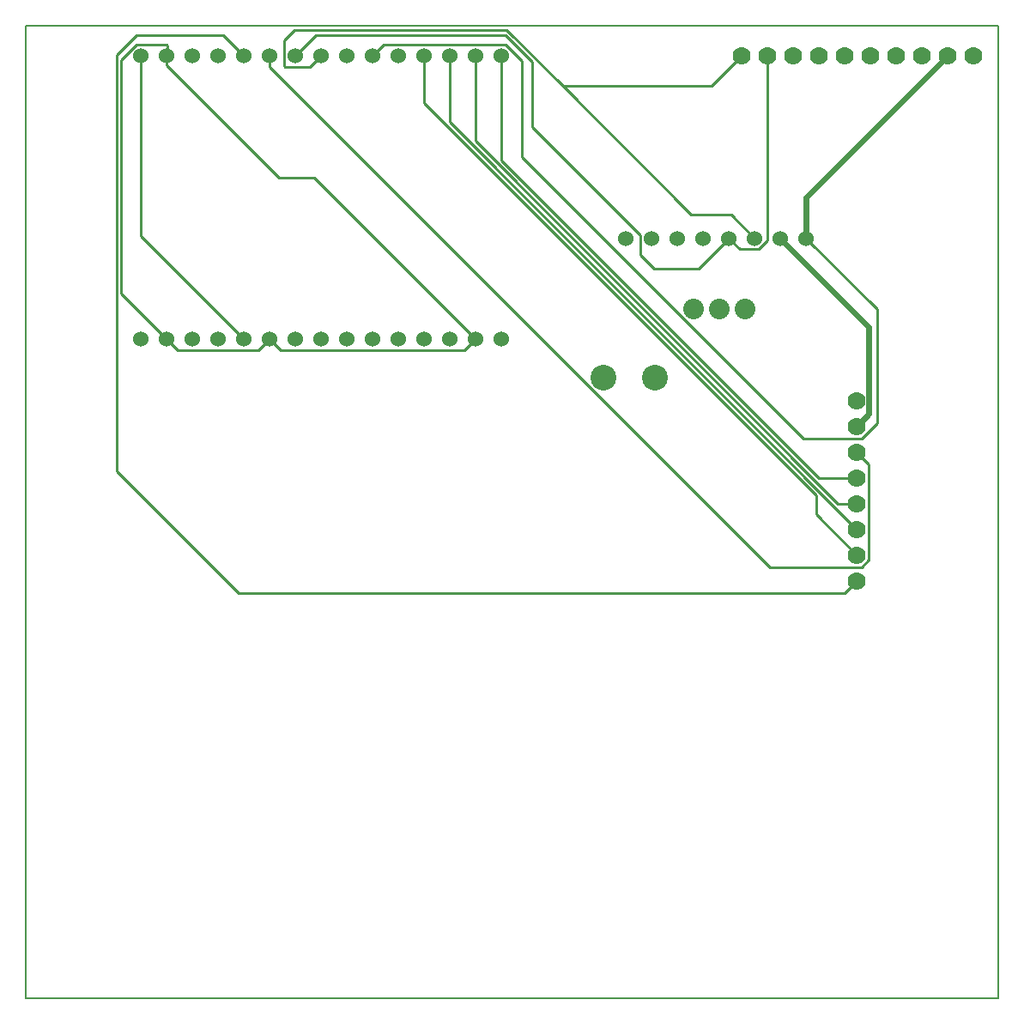
<source format=gbr>
%TF.GenerationSoftware,KiCad,Pcbnew,7.0.5*%
%TF.CreationDate,2023-07-05T14:29:17+01:00*%
%TF.ProjectId,rat,7261742e-6b69-4636-9164-5f7063625858,rev?*%
%TF.SameCoordinates,Original*%
%TF.FileFunction,Copper,L1,Top*%
%TF.FilePolarity,Positive*%
%FSLAX46Y46*%
G04 Gerber Fmt 4.6, Leading zero omitted, Abs format (unit mm)*
G04 Created by KiCad (PCBNEW 7.0.5) date 2023-07-05 14:29:17*
%MOMM*%
%LPD*%
G01*
G04 APERTURE LIST*
%TA.AperFunction,NonConductor*%
%ADD10C,0.200000*%
%TD*%
%TA.AperFunction,ComponentPad*%
%ADD11C,1.778000*%
%TD*%
%TA.AperFunction,ComponentPad*%
%ADD12C,1.524000*%
%TD*%
%TA.AperFunction,ComponentPad*%
%ADD13C,2.540000*%
%TD*%
%TA.AperFunction,ComponentPad*%
%ADD14C,2.032000*%
%TD*%
%TA.AperFunction,Conductor*%
%ADD15C,0.250000*%
%TD*%
%TA.AperFunction,Conductor*%
%ADD16C,0.600000*%
%TD*%
G04 APERTURE END LIST*
D10*
X147000000Y-23000000D02*
X243000000Y-23000000D01*
X243000000Y-119000000D01*
X147000000Y-119000000D01*
X147000000Y-23000000D01*
D11*
%TO.P,HBridge1,8,ENB*%
%TO.N,Net-(HBridge1-ENB)*%
X229000000Y-77780000D03*
%TO.P,HBridge1,7,IN4*%
%TO.N,Net-(HBridge1-IN4)*%
X229000000Y-75240000D03*
%TO.P,HBridge1,6,IN3*%
%TO.N,Net-(HBridge1-IN3)*%
X229000000Y-72700000D03*
%TO.P,HBridge1,5,IN2*%
%TO.N,Net-(HBridge1-IN2)*%
X229000000Y-70160000D03*
%TO.P,HBridge1,4,IN1*%
%TO.N,Net-(HBridge1-IN1)*%
X229000000Y-67620000D03*
%TO.P,HBridge1,3,ENA*%
%TO.N,Net-(HBridge1-ENA)*%
X229000000Y-65080000D03*
%TO.P,HBridge1,2,GND*%
%TO.N,Net-(Battery1-GND)*%
X229000000Y-62540000D03*
%TO.P,HBridge1,1,Vin*%
%TO.N,Net-(Connector1-Vin)*%
X229000000Y-60000000D03*
%TD*%
D12*
%TO.P,MCU1,1,ADC0*%
%TO.N,unconnected-(MCU1-ADC0-Pad1)*%
X193940000Y-53940000D03*
%TO.P,MCU1,2,GND*%
%TO.N,Net-(Battery1-GND)*%
X191400000Y-53940000D03*
%TO.P,MCU1,3*%
%TO.N,N/C*%
X188860000Y-53940000D03*
%TO.P,MCU1,4,GPIO10*%
%TO.N,Net-(Connector1-GPO10)*%
X186320000Y-53940000D03*
%TO.P,MCU1,5,GPIO9*%
%TO.N,Net-(Connector1-GPIO9)*%
X183780000Y-53940000D03*
%TO.P,MCU1,6,MOSI*%
%TO.N,unconnected-(MCU1-MOSI-Pad6)*%
X181240000Y-53940000D03*
%TO.P,MCU1,7,CS*%
%TO.N,unconnected-(MCU1-CS-Pad7)*%
X178700000Y-53940000D03*
%TO.P,MCU1,8,MISO*%
%TO.N,unconnected-(MCU1-MISO-Pad8)*%
X176160000Y-53940000D03*
%TO.P,MCU1,9,SCLK*%
%TO.N,unconnected-(MCU1-SCLK-Pad9)*%
X173620000Y-53940000D03*
%TO.P,MCU1,10,GND*%
%TO.N,Net-(Battery1-GND)*%
X171080000Y-53940000D03*
%TO.P,MCU1,11,3V*%
%TO.N,Net-(Connector1-3V)*%
X168540000Y-53940000D03*
%TO.P,MCU1,12,EN*%
%TO.N,unconnected-(MCU1-EN-Pad12)*%
X166000000Y-53940000D03*
%TO.P,MCU1,13,RST*%
%TO.N,unconnected-(MCU1-RST-Pad13)*%
X163460000Y-53940000D03*
%TO.P,MCU1,14,GND*%
%TO.N,Net-(Battery1-GND)*%
X160920000Y-53940000D03*
%TO.P,MCU1,15,Vin*%
%TO.N,Net-(Connector1-Vin)*%
X158380000Y-53940000D03*
%TO.P,MCU1,16,GPIO16*%
%TO.N,Net-(HBridge1-IN1)*%
X193940000Y-26000000D03*
%TO.P,MCU1,17,GPIO5*%
%TO.N,Net-(HBridge1-IN2)*%
X191400000Y-26000000D03*
%TO.P,MCU1,18,GPIO4*%
%TO.N,Net-(HBridge1-IN3)*%
X188860000Y-26000000D03*
%TO.P,MCU1,19,GPIO0*%
%TO.N,Net-(HBridge1-IN4)*%
X186320000Y-26000000D03*
%TO.P,MCU1,20,GPIO2*%
%TO.N,Net-(Connector1-GPIO2)*%
X183780000Y-26000000D03*
%TO.P,MCU1,21,3V*%
%TO.N,Net-(Connector1-3V)*%
X181240000Y-26000000D03*
%TO.P,MCU1,22,GND*%
%TO.N,Net-(Battery1-GND)*%
X178700000Y-26000000D03*
%TO.P,MCU1,23,GPIO14*%
%TO.N,Net-(Connector1-SCL)*%
X176160000Y-26000000D03*
%TO.P,MCU1,24,GPIO12*%
%TO.N,Net-(Connector1-SDA)*%
X173620000Y-26000000D03*
%TO.P,MCU1,25,GPIO13*%
%TO.N,Net-(HBridge1-ENA)*%
X171080000Y-26000000D03*
%TO.P,MCU1,26,GPIO15*%
%TO.N,Net-(HBridge1-ENB)*%
X168540000Y-26000000D03*
%TO.P,MCU1,27,GPIO3*%
%TO.N,Net-(Connector1-GPIO3)*%
X166000000Y-26000000D03*
%TO.P,MCU1,28,GPIO1*%
%TO.N,Net-(Connector1-GPIO1)*%
X163460000Y-26000000D03*
%TO.P,MCU1,29,GND*%
%TO.N,Net-(Battery1-GND)*%
X160920000Y-26000000D03*
%TO.P,MCU1,30,3V*%
%TO.N,Net-(Connector1-3V)*%
X158380000Y-26000000D03*
%TD*%
D13*
%TO.P,Battery1,1,Vin*%
%TO.N,Net-(Battery1-Vin)*%
X209080000Y-57740000D03*
%TO.P,Battery1,2,GND*%
%TO.N,Net-(Battery1-GND)*%
X204000000Y-57740000D03*
%TD*%
D14*
%TO.P,Switch1,3,Output2*%
%TO.N,unconnected-(Switch1-Output2-Pad3)*%
X212920000Y-51000000D03*
%TO.P,Switch1,2,Common*%
%TO.N,Net-(Battery1-Vin)*%
X215460000Y-51000000D03*
%TO.P,Switch1,1,Output1*%
%TO.N,Net-(Connector1-Vin)*%
X218000000Y-51000000D03*
%TD*%
D12*
%TO.P,IMU1,8,VCC*%
%TO.N,Net-(Connector1-3V)*%
X224000000Y-44000000D03*
%TO.P,IMU1,7,GND*%
%TO.N,Net-(Battery1-GND)*%
X221460000Y-44000000D03*
%TO.P,IMU1,6,SCL*%
%TO.N,Net-(Connector1-SCL)*%
X218920000Y-44000000D03*
%TO.P,IMU1,5,SDA*%
%TO.N,Net-(Connector1-SDA)*%
X216380000Y-44000000D03*
%TO.P,IMU1,4,XDA*%
%TO.N,unconnected-(IMU1-XDA-Pad4)*%
X213840000Y-44000000D03*
%TO.P,IMU1,3,XCL*%
%TO.N,unconnected-(IMU1-XCL-Pad3)*%
X211300000Y-44000000D03*
%TO.P,IMU1,2,ADC*%
%TO.N,unconnected-(IMU1-ADC-Pad2)*%
X208760000Y-44000000D03*
%TO.P,IMU1,1,INT*%
%TO.N,unconnected-(IMU1-INT-Pad1)*%
X206220000Y-44000000D03*
%TD*%
D11*
%TO.P,Connector1,10,GND*%
%TO.N,Net-(Battery1-GND)*%
X240540000Y-26000000D03*
%TO.P,Connector1,9,3V*%
%TO.N,Net-(Connector1-3V)*%
X238000000Y-26000000D03*
%TO.P,Connector1,8,Vin*%
%TO.N,Net-(Connector1-Vin)*%
X235460000Y-26000000D03*
%TO.P,Connector1,7,GPIO1*%
%TO.N,Net-(Connector1-GPIO1)*%
X232920000Y-25976785D03*
%TO.P,Connector1,6,GPIO3*%
%TO.N,Net-(Connector1-GPIO3)*%
X230380000Y-26000000D03*
%TO.P,Connector1,5,GPIO2*%
%TO.N,Net-(Connector1-GPIO2)*%
X227840000Y-26000000D03*
%TO.P,Connector1,4,GPIO9*%
%TO.N,Net-(Connector1-GPIO9)*%
X225300000Y-26000000D03*
%TO.P,Connector1,3,GPO10*%
%TO.N,Net-(Connector1-GPO10)*%
X222760000Y-26000000D03*
%TO.P,Connector1,2,SDA*%
%TO.N,Net-(Connector1-SDA)*%
X220220000Y-26000000D03*
%TO.P,Connector1,1,SCL*%
%TO.N,Net-(Connector1-SCL)*%
X217680000Y-26000000D03*
%TD*%
D15*
%TO.N,Net-(Battery1-GND)*%
X175460000Y-38000000D02*
X191400000Y-53940000D01*
X160920000Y-26920000D02*
X172000000Y-38000000D01*
X160920000Y-26000000D02*
X160920000Y-26920000D01*
X172000000Y-38000000D02*
X175460000Y-38000000D01*
%TO.N,Net-(Connector1-3V)*%
X231000000Y-51000000D02*
X224000000Y-44000000D01*
X231000000Y-62256856D02*
X231000000Y-51000000D01*
X229502856Y-63754000D02*
X231000000Y-62256856D01*
X223777539Y-63754000D02*
X229502856Y-63754000D01*
X196000000Y-35976461D02*
X223777539Y-63754000D01*
X196000000Y-26522749D02*
X196000000Y-35976461D01*
X194390251Y-24913000D02*
X196000000Y-26522749D01*
X182327000Y-24913000D02*
X194390251Y-24913000D01*
X181240000Y-26000000D02*
X182327000Y-24913000D01*
%TO.N,Net-(Connector1-SDA)*%
X175620000Y-24000000D02*
X173620000Y-26000000D01*
X194363604Y-24000000D02*
X175620000Y-24000000D01*
X209000000Y-47000000D02*
X207673000Y-45673000D01*
X207673000Y-43673000D02*
X197000000Y-33000000D01*
X213380000Y-47000000D02*
X209000000Y-47000000D01*
X197000000Y-26636396D02*
X194363604Y-24000000D01*
X216380000Y-44000000D02*
X213380000Y-47000000D01*
X207673000Y-45673000D02*
X207673000Y-43673000D01*
X197000000Y-33000000D02*
X197000000Y-26636396D01*
%TO.N,Net-(Battery1-GND)*%
X161000000Y-25920000D02*
X160920000Y-26000000D01*
X161000000Y-25000000D02*
X161000000Y-25920000D01*
X156450000Y-49470000D02*
X156450000Y-26392749D01*
X157929749Y-24913000D02*
X160913000Y-24913000D01*
X160920000Y-53940000D02*
X156450000Y-49470000D01*
X156450000Y-26392749D02*
X157929749Y-24913000D01*
X160913000Y-24913000D02*
X161000000Y-25000000D01*
%TO.N,Net-(HBridge1-ENB)*%
X156000000Y-25921374D02*
X157921374Y-24000000D01*
X156000000Y-67000000D02*
X156000000Y-25921374D01*
X168000000Y-79000000D02*
X156000000Y-67000000D01*
X166540000Y-24000000D02*
X168540000Y-26000000D01*
X227780000Y-79000000D02*
X168000000Y-79000000D01*
X157921374Y-24000000D02*
X166540000Y-24000000D01*
X229000000Y-77780000D02*
X227780000Y-79000000D01*
%TO.N,Net-(Connector1-SCL)*%
X175073000Y-27087000D02*
X176160000Y-26000000D01*
X172620000Y-27087000D02*
X175073000Y-27087000D01*
X172533000Y-27000000D02*
X172620000Y-27087000D01*
X173575000Y-23425000D02*
X172533000Y-24467000D01*
X172533000Y-24467000D02*
X172533000Y-27000000D01*
X194425000Y-23425000D02*
X173575000Y-23425000D01*
X200000000Y-29000000D02*
X194425000Y-23425000D01*
%TO.N,Net-(HBridge1-IN3)*%
X229000000Y-72700000D02*
X188860000Y-32560000D01*
X188860000Y-32560000D02*
X188860000Y-26000000D01*
%TO.N,Net-(HBridge1-IN4)*%
X186320000Y-30656396D02*
X186320000Y-26000000D01*
X225000000Y-71240000D02*
X225000000Y-69336396D01*
X225000000Y-69336396D02*
X186320000Y-30656396D01*
X229000000Y-75240000D02*
X225000000Y-71240000D01*
%TO.N,Net-(HBridge1-IN1)*%
X193940000Y-36303604D02*
X193940000Y-26000000D01*
X229000000Y-67620000D02*
X225256396Y-67620000D01*
X225256396Y-67620000D02*
X193940000Y-36303604D01*
%TO.N,Net-(Battery1-GND)*%
X190313000Y-55027000D02*
X191400000Y-53940000D01*
X171080000Y-53940000D02*
X172167000Y-55027000D01*
X172167000Y-55027000D02*
X190313000Y-55027000D01*
X169993000Y-55027000D02*
X171080000Y-53940000D01*
X162007000Y-55027000D02*
X169993000Y-55027000D01*
X160920000Y-53940000D02*
X162007000Y-55027000D01*
%TO.N,Net-(Connector1-3V)*%
X158380000Y-43780000D02*
X168540000Y-53940000D01*
X158380000Y-26000000D02*
X158380000Y-43780000D01*
%TO.N,Net-(Connector1-SDA)*%
X217467000Y-45087000D02*
X216380000Y-44000000D01*
X219370251Y-45087000D02*
X217467000Y-45087000D01*
X220220000Y-26000000D02*
X220220000Y-44237251D01*
X220220000Y-44237251D02*
X219370251Y-45087000D01*
%TO.N,Net-(Connector1-SCL)*%
X214680000Y-29000000D02*
X200000000Y-29000000D01*
X217680000Y-26000000D02*
X214680000Y-29000000D01*
X212673619Y-41673619D02*
X200000000Y-29000000D01*
D16*
%TO.N,Net-(Connector1-3V)*%
X224000000Y-40000000D02*
X238000000Y-26000000D01*
X224000000Y-44000000D02*
X224000000Y-40000000D01*
%TO.N,Net-(Battery1-GND)*%
X230214000Y-61326000D02*
X229000000Y-62540000D01*
X230214000Y-52754000D02*
X230214000Y-61326000D01*
X221460000Y-44000000D02*
X230214000Y-52754000D01*
D15*
%TO.N,Net-(Connector1-SCL)*%
X216593619Y-41673619D02*
X212673619Y-41673619D01*
X218920000Y-44000000D02*
X216593619Y-41673619D01*
%TO.N,Net-(HBridge1-ENA)*%
X171080000Y-27080000D02*
X171080000Y-26000000D01*
X229502856Y-76454000D02*
X220454000Y-76454000D01*
X220454000Y-76454000D02*
X171080000Y-27080000D01*
X230214000Y-66294000D02*
X230214000Y-75742856D01*
X230214000Y-75742856D02*
X229502856Y-76454000D01*
X229000000Y-65080000D02*
X230214000Y-66294000D01*
%TO.N,Net-(HBridge1-IN2)*%
X227160000Y-70160000D02*
X191400000Y-34400000D01*
X191400000Y-34400000D02*
X191400000Y-26000000D01*
X229000000Y-70160000D02*
X227160000Y-70160000D01*
%TD*%
M02*

</source>
